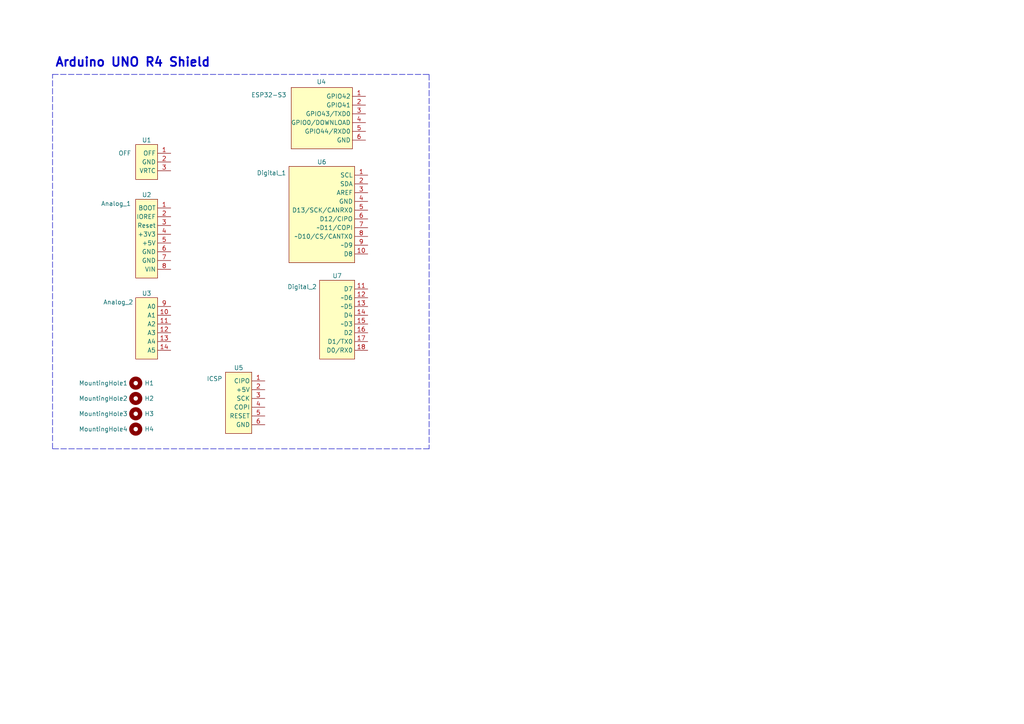
<source format=kicad_sch>
(kicad_sch (version 20211123) (generator eeschema)
  (paper "A4")
  (title_block (title "Arduino UNO R4 Shield Template SCH") (date "2023-07-13") (rev "1.0") (company "MStackoverflow"))
  (lib_symbols
    (symbol "Connector_Arduino:Arduino_Header_Analog_1"
      (property "Reference" "U" (at -5.08 6.35 0))
      (property "Value" "Arduino_Header_Analog_1" (at -2.54 8.89 0))
      (symbol "Arduino_Header_Analog_1_0_1"
        (rectangle (start -6.35 5.08) (end 0 -17.78) (fill (type background)))
      )
      (symbol "Arduino_Header_Analog_1_1_1"
        (pin input line (at 3.81 2.54 180) (length 3.81) (name "BOOT") (number "1"))
        (pin power_out line (at 3.81 0 180) (length 3.81) (name "IOREF") (number "2"))
        (pin input line (at 3.81 -2.54 180) (length 3.81) (name "Reset") (number "3"))
        (pin power_out line (at 3.81 -5.08 180) (length 3.81) (name "+3V3") (number "4"))
        (pin power_out line (at 3.81 -7.62 180) (length 3.81) (name "+5V") (number "5"))
        (pin power_out line (at 3.81 -10.16 180) (length 3.81) (name "GND") (number "6"))
        (pin power_out line (at 3.81 -12.7 180) (length 3.81) (name "GND") (number "7"))
        (pin power_out line (at 3.81 -15.24 180) (length 3.81) (name "VIN") (number "8"))
      )
    )
    (symbol "Connector_Arduino:Arduino_Header_Analog_2"
      (property "Reference" "U" (at -5.08 6.35 0))
      (property "Value" "Arduino_Header_Analog_2" (at -2.54 8.89 0))
      (symbol "Arduino_Header_Analog_2_0_1"
        (rectangle (start -6.35 5.08) (end 0 -12.7) (fill (type background)))
      )
      (symbol "Arduino_Header_Analog_2_1_1"
        (pin bidirectional line (at 3.81 0 180) (length 3.81) (name "A1") (number "10"))
        (pin bidirectional line (at 3.81 -2.54 180) (length 3.81) (name "A2") (number "11"))
        (pin bidirectional line (at 3.81 -5.08 180) (length 3.81) (name "A3") (number "12"))
        (pin bidirectional line (at 3.81 -7.62 180) (length 3.81) (name "A4") (number "13"))
        (pin bidirectional line (at 3.81 -10.16 180) (length 3.81) (name "A5") (number "14"))
        (pin bidirectional line (at 3.81 2.54 180) (length 3.81) (name "A0") (number "9"))
      )
    )
    (symbol "Connector_Arduino:Arduino_Header_Digital_1"
      (property "Reference" "U" (at -5.08 6.35 0))
      (property "Value" "Arduino_Header_Digital_1" (at -2.54 8.89 0))
      (symbol "Arduino_Header_Digital_1_0_1"
        (rectangle (start -19.05 5.08) (end 0 -22.86) (fill (type background)))
      )
      (symbol "Arduino_Header_Digital_1_1_1"
        (pin bidirectional line (at 3.81 2.54 180) (length 3.81) (name "SCL") (number "1"))
        (pin bidirectional line (at 3.81 -20.32 180) (length 3.81) (name "D8") (number "10"))
        (pin bidirectional line (at 3.81 0 180) (length 3.81) (name "SDA") (number "2"))
        (pin output line (at 3.81 -2.54 180) (length 3.81) (name "AREF") (number "3"))
        (pin power_out line (at 3.81 -5.08 180) (length 3.81) (name "GND") (number "4"))
        (pin bidirectional line (at 3.81 -7.62 180) (length 3.81) (name "D13/SCK/CANRX0") (number "5"))
        (pin bidirectional line (at 3.81 -10.16 180) (length 3.81) (name "D12/CIPO") (number "6"))
        (pin bidirectional line (at 3.81 -12.7 180) (length 3.81) (name "~D11/COPI") (number "7"))
        (pin bidirectional line (at 3.81 -15.24 180) (length 3.81) (name "~D10/CS/CANTX0") (number "8"))
        (pin bidirectional line (at 3.81 -17.78 180) (length 3.81) (name "~D9") (number "9"))
      )
    )
    (symbol "Connector_Arduino:Arduino_Header_Digital_2"
      (property "Reference" "U" (at -5.08 6.35 0))
      (property "Value" "Arduino_Header_Digital_2" (at -2.54 8.89 0))
      (symbol "Arduino_Header_Digital_2_0_1"
        (rectangle (start -10.16 5.08) (end 0 -17.78) (fill (type background)))
      )
      (symbol "Arduino_Header_Digital_2_1_1"
        (pin bidirectional line (at 3.81 2.54 180) (length 3.81) (name "D7") (number "11"))
        (pin bidirectional line (at 3.81 0 180) (length 3.81) (name "~D6") (number "12"))
        (pin bidirectional line (at 3.81 -2.54 180) (length 3.81) (name "~D5") (number "13"))
        (pin bidirectional line (at 3.81 -5.08 180) (length 3.81) (name "D4") (number "14"))
        (pin bidirectional line (at 3.81 -7.62 180) (length 3.81) (name "~D3") (number "15"))
        (pin bidirectional line (at 3.81 -10.16 180) (length 3.81) (name "D2") (number "16"))
        (pin bidirectional line (at 3.81 -12.7 180) (length 3.81) (name "D1/TX0") (number "17"))
        (pin bidirectional line (at 3.81 -15.24 180) (length 3.81) (name "D0/RX0") (number "18"))
      )
    )
    (symbol "Connector_Arduino:Arduino_Header_ESP32-S3"
      (property "Reference" "U" (at -5.08 6.35 0))
      (property "Value" "Arduino_Header_ESP32-S3" (at -2.54 8.89 0))
      (symbol "Arduino_Header_ESP32-S3_0_1"
        (rectangle (start -17.78 5.08) (end 0 -12.7) (fill (type background)))
      )
      (symbol "Arduino_Header_ESP32-S3_1_1"
        (pin bidirectional line (at 3.81 2.54 180) (length 3.81) (name "GPIO42") (number "1"))
        (pin bidirectional line (at 3.81 0 180) (length 3.81) (name "GPIO41") (number "2"))
        (pin bidirectional line (at 3.81 -2.54 180) (length 3.81) (name "GPIO43/TXD0") (number "3"))
        (pin bidirectional line (at 3.81 -5.08 180) (length 3.81) (name "GPIO0/DOWNLOAD") (number "4"))
        (pin bidirectional line (at 3.81 -7.62 180) (length 3.81) (name "GPIO44/RXD0") (number "5"))
        (pin power_out line (at 3.81 -10.16 180) (length 3.81) (name "GND") (number "6"))
      )
    )
    (symbol "Connector_Arduino:Arduino_Header_ICSP"
      (property "Reference" "U" (at -5.08 6.35 0))
      (property "Value" "Arduino_Header_ICSP" (at -2.54 8.89 0))
      (symbol "Arduino_Header_ICSP_0_1"
        (rectangle (start -7.62 5.08) (end 0 -12.7) (fill (type background)))
      )
      (symbol "Arduino_Header_ICSP_1_1"
        (pin bidirectional line (at 3.81 2.54 180) (length 3.81) (name "CIPO") (number "1"))
        (pin power_out line (at 3.81 0 180) (length 3.81) (name "+5V") (number "2"))
        (pin bidirectional line (at 3.81 -2.54 180) (length 3.81) (name "SCK") (number "3"))
        (pin bidirectional line (at 3.81 -5.08 180) (length 3.81) (name "COPI") (number "4"))
        (pin bidirectional line (at 3.81 -7.62 180) (length 3.81) (name "RESET") (number "5"))
        (pin power_out line (at 3.81 -10.16 180) (length 3.81) (name "GND") (number "6"))
      )
    )
    (symbol "Connector_Arduino:Arduino_Header_OFF"
      (property "Reference" "U" (at -5.08 6.35 0))
      (property "Value" "Arduino_Header_OFF" (at -2.54 8.89 0))
      (symbol "Arduino_Header_OFF_0_1"
        (rectangle (start -6.35 5.08) (end 0 -5.08) (fill (type background)))
      )
      (symbol "Arduino_Header_OFF_1_1"
        (pin input line (at 3.81 2.54 180) (length 3.81) (name "OFF") (number "1"))
        (pin power_out line (at 3.81 0 180) (length 3.81) (name "GND") (number "2"))
        (pin power_in line (at 3.81 -2.54 180) (length 3.81) (name "VRTC") (number "3"))
      )
    )
    (symbol "Mechanical_Arduino:MountingHole_Arduino" (pin_names (offset 1.016))
      (property "Reference" "H" (at 0 5.08 0))
      (property "Value" "MountingHole_Arduino" (at 0 3.175 0))
      (symbol "MountingHole_Arduino_0_1"
        (circle (center 0 0) (radius 1.27) (stroke (width 1.27)))
      )
    )
  )
  (polyline (pts (xy 15.24 21.59) (xy 124.46 21.59)))
  (polyline (pts (xy 124.46 21.59) (xy 124.46 130.175)))
  (polyline (pts (xy 15.24 130.175) (xy 15.24 21.59)))
  (polyline (pts (xy 124.46 130.175) (xy 15.24 130.175)))
  (text "Arduino UNO R4 Shield" (at 15.875 19.685 0) (effects (font (size 2.54 2.54) (thickness 0.508) bold) (justify left bottom)))
  (symbol (lib_id "Connector_Arduino:Arduino_Header_Digital_2") (at 102.87 86.36 0) (unit 1)
    (property "Reference" "U7" (at 97.79 80.01 0))
    (property "Value" "Digital_2" (at 87.63 83.185 0))
    (property "Footprint" "ArduinoPinSockets:Arduino_PinSocket_1x08_P2.54mm_Vertical" (effects hide))
  )
  (symbol (lib_id "Mechanical_Arduino:MountingHole_Arduino") (at 39.37 124.46 0) (unit 1)
    (property "Reference" "H4" (at 41.91 124.46 0) (effects (justify left)))
    (property "Value" "MountingHole4" (at 22.86 124.46 0) (effects (justify left)))
    (property "Footprint" "ArduinoMountingHoles:Arduino_MountingHole" (effects hide))
  )
  (symbol (lib_id "Connector_Arduino:Arduino_Header_ICSP") (at 73.025 113.03 0) (unit 1)
    (property "Reference" "U5" (at 69.215 106.68 0))
    (property "Value" "ICSP" (at 62.23 109.855 0))
    (property "Footprint" "ArduinoPinSockets:Arduino_PinSocket_2x03_P2.54mm_Vertical" (effects hide))
  )
  (symbol (lib_id "Connector_Arduino:Arduino_Header_Analog_2") (at 45.72 91.44 0) (unit 1)
    (property "Reference" "U3" (at 42.545 85.09 0))
    (property "Value" "Analog_2" (at 34.29 87.63 0))
    (property "Footprint" "ArduinoPinSockets:Arduino_PinSocket_1x06_P2.54mm_Vertical" (effects hide))
  )
  (symbol (lib_id "Connector_Arduino:Arduino_Header_Digital_1") (at 102.87 53.34 0) (unit 1)
    (property "Reference" "U6" (at 93.345 46.99 0))
    (property "Value" "Digital_1" (at 78.74 50.165 0))
    (property "Footprint" "ArduinoPinSockets:Arduino_PinSocket_1x10_P2.54mm_Vertical" (effects hide))
  )
  (symbol (lib_id "Connector_Arduino:Arduino_Header_ESP32-S3") (at 102.235 30.48 0) (unit 1)
    (property "Reference" "U4" (at 93.2121 23.7327 0))
    (property "Value" "ESP32-S3" (at 77.9721 27.5427 0))
    (property "Footprint" "ArduinoPinSockets:Arduino_PinSocket_2x03_P2.54mm_Vertical" (effects hide))
  )
  (symbol (lib_id "Connector_Arduino:Arduino_Header_OFF") (at 45.72 46.99 0) (unit 1)
    (property "Reference" "U1" (at 42.545 40.64 0))
    (property "Value" "OFF" (at 36.195 44.45 0))
    (property "Footprint" "ArduinoPinSockets:Arduino_PinSocket_1x03_P2.54mm_Vertical" (effects hide))
  )
  (symbol (lib_id "Connector_Arduino:Arduino_Header_Analog_1") (at 45.72 62.865 0) (unit 1)
    (property "Reference" "U2" (at 42.545 56.515 0))
    (property "Value" "Analog_1" (at 33.655 59.055 0))
    (property "Footprint" "ArduinoPinSockets:Arduino_PinSocket_1x08_P2.54mm_Vertical" (effects hide))
  )
  (symbol (lib_id "Mechanical_Arduino:MountingHole_Arduino") (at 39.37 115.57 0) (unit 1)
    (property "Reference" "H2" (at 41.91 115.57 0) (effects (justify left)))
    (property "Value" "MountingHole2" (at 22.86 115.57 0) (effects (justify left)))
    (property "Footprint" "ArduinoMountingHoles:Arduino_MountingHole" (effects hide))
  )
  (symbol (lib_id "Mechanical_Arduino:MountingHole_Arduino") (at 39.37 111.125 0) (unit 1)
    (property "Reference" "H1" (at 41.91 111.125 0) (effects (justify left)))
    (property "Value" "MountingHole1" (at 22.86 111.125 0) (effects (justify left)))
    (property "Footprint" "ArduinoMountingHoles:Arduino_MountingHole" (effects hide))
  )
  (symbol (lib_id "Mechanical_Arduino:MountingHole_Arduino") (at 39.37 120.015 0) (unit 1)
    (property "Reference" "H3" (at 41.91 120.015 0) (effects (justify left)))
    (property "Value" "MountingHole3" (at 22.86 120.015 0) (effects (justify left)))
    (property "Footprint" "ArduinoMountingHoles:Arduino_MountingHole" (effects hide))
  )
)
</source>
